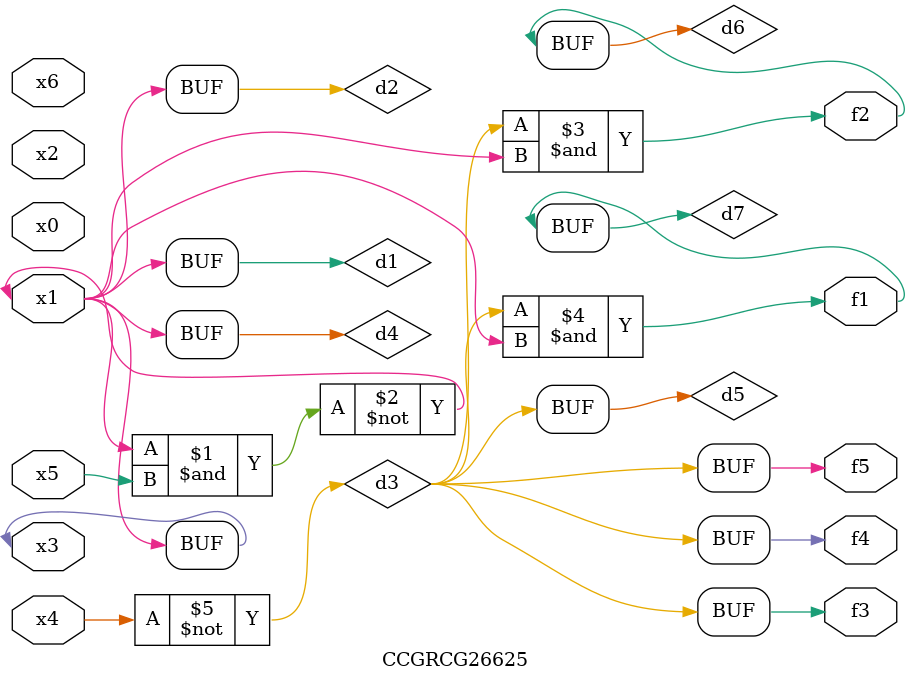
<source format=v>
module CCGRCG26625(
	input x0, x1, x2, x3, x4, x5, x6,
	output f1, f2, f3, f4, f5
);

	wire d1, d2, d3, d4, d5, d6, d7;

	buf (d1, x1, x3);
	nand (d2, x1, x5);
	not (d3, x4);
	buf (d4, d1, d2);
	buf (d5, d3);
	and (d6, d3, d4);
	and (d7, d3, d4);
	assign f1 = d7;
	assign f2 = d6;
	assign f3 = d5;
	assign f4 = d5;
	assign f5 = d5;
endmodule

</source>
